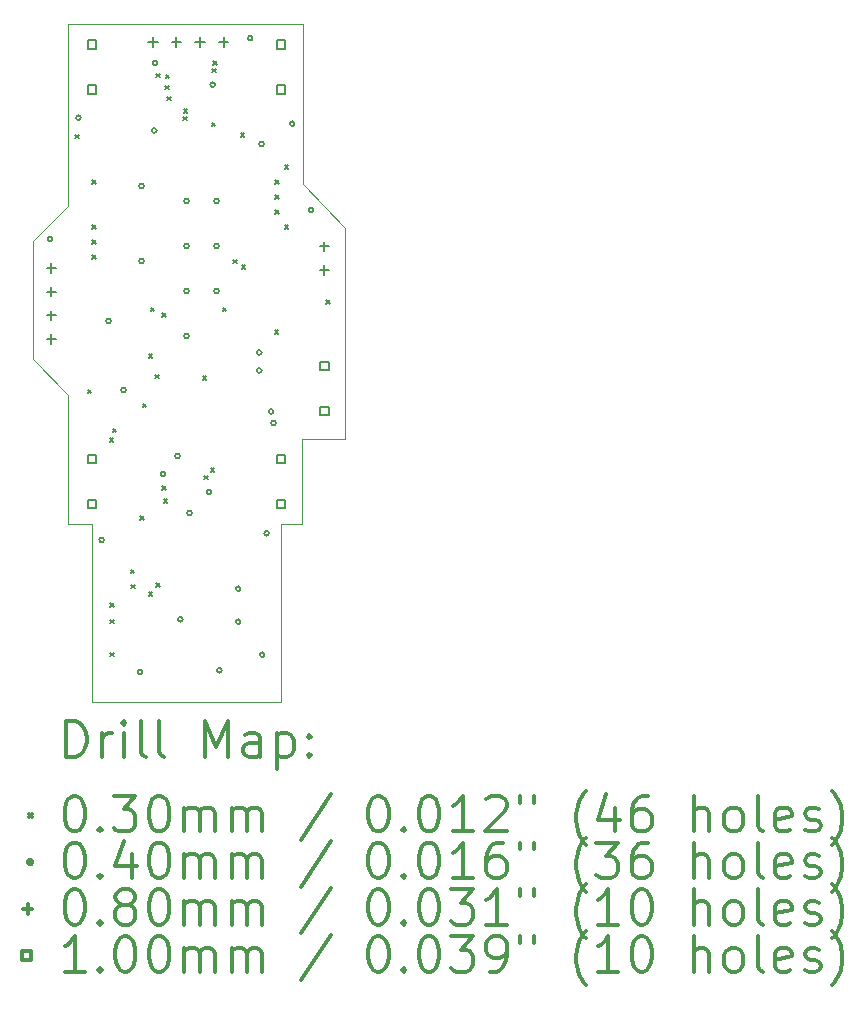
<source format=gbr>
%FSLAX45Y45*%
G04 Gerber Fmt 4.5, Leading zero omitted, Abs format (unit mm)*
G04 Created by KiCad (PCBNEW (5.1.5)-3) date 2021-11-09 21:42:03*
%MOMM*%
%LPD*%
G04 APERTURE LIST*
%TA.AperFunction,Profile*%
%ADD10C,0.050000*%
%TD*%
%ADD11C,0.200000*%
%ADD12C,0.300000*%
G04 APERTURE END LIST*
D10*
X8978900Y-8200000D02*
X8978900Y-7480300D01*
X9347200Y-7480300D02*
X9347200Y-5689600D01*
X8978900Y-7480300D02*
X9347200Y-7480300D01*
X6700000Y-6800000D02*
X7000000Y-7100000D01*
X6700000Y-5800000D02*
X7000000Y-5500000D01*
X9347200Y-5689600D02*
X8991600Y-5321300D01*
X7000000Y-3962400D02*
X8991600Y-3962400D01*
X7000000Y-5500000D02*
X7000000Y-3962400D01*
X6700000Y-6800000D02*
X6700000Y-5800000D01*
X7000000Y-8200000D02*
X7000000Y-7100000D01*
X7200000Y-8200000D02*
X7000000Y-8200000D01*
X7200000Y-9700000D02*
X7200000Y-8200000D01*
X8800000Y-9700000D02*
X7200000Y-9700000D01*
X8800000Y-8200000D02*
X8800000Y-9700000D01*
X8978900Y-8200000D02*
X8800000Y-8200000D01*
X8991600Y-3962400D02*
X8991600Y-5321300D01*
D11*
X7058900Y-4899900D02*
X7088900Y-4929900D01*
X7088900Y-4899900D02*
X7058900Y-4929900D01*
X7166850Y-7058900D02*
X7196850Y-7088900D01*
X7196850Y-7058900D02*
X7166850Y-7088900D01*
X7204950Y-5287250D02*
X7234950Y-5317250D01*
X7234950Y-5287250D02*
X7204950Y-5317250D01*
X7204950Y-5668250D02*
X7234950Y-5698250D01*
X7234950Y-5668250D02*
X7204950Y-5698250D01*
X7204950Y-5795250D02*
X7234950Y-5825250D01*
X7234950Y-5795250D02*
X7204950Y-5825250D01*
X7204950Y-5922250D02*
X7234950Y-5952250D01*
X7234950Y-5922250D02*
X7204950Y-5952250D01*
X7351000Y-7471650D02*
X7381000Y-7501650D01*
X7381000Y-7471650D02*
X7351000Y-7501650D01*
X7355000Y-8864880D02*
X7385000Y-8894880D01*
X7385000Y-8864880D02*
X7355000Y-8894880D01*
X7355000Y-9004880D02*
X7385000Y-9034880D01*
X7385000Y-9004880D02*
X7355000Y-9034880D01*
X7355000Y-9284880D02*
X7385000Y-9314880D01*
X7385000Y-9284880D02*
X7355000Y-9314880D01*
X7376400Y-7389100D02*
X7406400Y-7419100D01*
X7406400Y-7389100D02*
X7376400Y-7419100D01*
X7528800Y-8582900D02*
X7558800Y-8612900D01*
X7558800Y-8582900D02*
X7528800Y-8612900D01*
X7535150Y-8709900D02*
X7565150Y-8739900D01*
X7565150Y-8709900D02*
X7535150Y-8739900D01*
X7611350Y-8132050D02*
X7641350Y-8162050D01*
X7641350Y-8132050D02*
X7611350Y-8162050D01*
X7630400Y-7179550D02*
X7660400Y-7209550D01*
X7660400Y-7179550D02*
X7630400Y-7209550D01*
X7681200Y-6760450D02*
X7711200Y-6790450D01*
X7711200Y-6760450D02*
X7681200Y-6790450D01*
X7681200Y-8773400D02*
X7711200Y-8803400D01*
X7711200Y-8773400D02*
X7681200Y-8803400D01*
X7700250Y-6366750D02*
X7730250Y-6396750D01*
X7730250Y-6366750D02*
X7700250Y-6396750D01*
X7738350Y-6931900D02*
X7768350Y-6961900D01*
X7768350Y-6931900D02*
X7738350Y-6961900D01*
X7744700Y-4385550D02*
X7774700Y-4415550D01*
X7774700Y-4385550D02*
X7744700Y-4415550D01*
X7744700Y-8697200D02*
X7774700Y-8727200D01*
X7774700Y-8697200D02*
X7744700Y-8727200D01*
X7795500Y-6411200D02*
X7825500Y-6441200D01*
X7825500Y-6411200D02*
X7795500Y-6441200D01*
X7795500Y-7878050D02*
X7825500Y-7908050D01*
X7825500Y-7878050D02*
X7795500Y-7908050D01*
X7808200Y-7986000D02*
X7838200Y-8016000D01*
X7838200Y-7986000D02*
X7808200Y-8016000D01*
X7820900Y-4487150D02*
X7850900Y-4517150D01*
X7850900Y-4487150D02*
X7820900Y-4517150D01*
X7827250Y-4391900D02*
X7857250Y-4421900D01*
X7857250Y-4391900D02*
X7827250Y-4421900D01*
X7837400Y-4578600D02*
X7867400Y-4608600D01*
X7867400Y-4578600D02*
X7837400Y-4608600D01*
X7973300Y-4747500D02*
X8003300Y-4777500D01*
X8003300Y-4747500D02*
X7973300Y-4777500D01*
X7979650Y-4684000D02*
X8009650Y-4714000D01*
X8009650Y-4684000D02*
X7979650Y-4714000D01*
X8138400Y-6944600D02*
X8168400Y-6974600D01*
X8168400Y-6944600D02*
X8138400Y-6974600D01*
X8151100Y-7789150D02*
X8181100Y-7819150D01*
X8181100Y-7789150D02*
X8151100Y-7819150D01*
X8208250Y-7725650D02*
X8238250Y-7755650D01*
X8238250Y-7725650D02*
X8208250Y-7755650D01*
X8214600Y-4798300D02*
X8244600Y-4828300D01*
X8244600Y-4798300D02*
X8214600Y-4828300D01*
X8220950Y-4341100D02*
X8250950Y-4371100D01*
X8250950Y-4341100D02*
X8220950Y-4371100D01*
X8227300Y-4277600D02*
X8257300Y-4307600D01*
X8257300Y-4277600D02*
X8227300Y-4307600D01*
X8309850Y-6366750D02*
X8339850Y-6396750D01*
X8339850Y-6366750D02*
X8309850Y-6396750D01*
X8398750Y-5960350D02*
X8428750Y-5990350D01*
X8428750Y-5960350D02*
X8398750Y-5990350D01*
X8462250Y-4887200D02*
X8492250Y-4917200D01*
X8492250Y-4887200D02*
X8462250Y-4917200D01*
X8468600Y-6004800D02*
X8498600Y-6034800D01*
X8498600Y-6004800D02*
X8468600Y-6034800D01*
X8748000Y-6557250D02*
X8778000Y-6587250D01*
X8778000Y-6557250D02*
X8748000Y-6587250D01*
X8754350Y-5287250D02*
X8784350Y-5317250D01*
X8784350Y-5287250D02*
X8754350Y-5317250D01*
X8754350Y-5414250D02*
X8784350Y-5444250D01*
X8784350Y-5414250D02*
X8754350Y-5444250D01*
X8754350Y-5541250D02*
X8784350Y-5571250D01*
X8784350Y-5541250D02*
X8754350Y-5571250D01*
X8835000Y-5159500D02*
X8865000Y-5189500D01*
X8865000Y-5159500D02*
X8835000Y-5189500D01*
X8835000Y-5667500D02*
X8865000Y-5697500D01*
X8865000Y-5667500D02*
X8835000Y-5697500D01*
X9186150Y-6303250D02*
X9216150Y-6333250D01*
X9216150Y-6303250D02*
X9186150Y-6333250D01*
X6865300Y-5784850D02*
G75*
G03X6865300Y-5784850I-20000J0D01*
G01*
X7106600Y-4756150D02*
G75*
G03X7106600Y-4756150I-20000J0D01*
G01*
X7303450Y-8331200D02*
G75*
G03X7303450Y-8331200I-20000J0D01*
G01*
X7360600Y-6477000D02*
G75*
G03X7360600Y-6477000I-20000J0D01*
G01*
X7487600Y-7061200D02*
G75*
G03X7487600Y-7061200I-20000J0D01*
G01*
X7627300Y-9448800D02*
G75*
G03X7627300Y-9448800I-20000J0D01*
G01*
X7640000Y-5334000D02*
G75*
G03X7640000Y-5334000I-20000J0D01*
G01*
X7640000Y-5969000D02*
G75*
G03X7640000Y-5969000I-20000J0D01*
G01*
X7747950Y-4864100D02*
G75*
G03X7747950Y-4864100I-20000J0D01*
G01*
X7754300Y-4292600D02*
G75*
G03X7754300Y-4292600I-20000J0D01*
G01*
X7824150Y-7772400D02*
G75*
G03X7824150Y-7772400I-20000J0D01*
G01*
X7944800Y-7620000D02*
G75*
G03X7944800Y-7620000I-20000J0D01*
G01*
X7970200Y-9004300D02*
G75*
G03X7970200Y-9004300I-20000J0D01*
G01*
X8021000Y-5461000D02*
G75*
G03X8021000Y-5461000I-20000J0D01*
G01*
X8021000Y-5842000D02*
G75*
G03X8021000Y-5842000I-20000J0D01*
G01*
X8021000Y-6223000D02*
G75*
G03X8021000Y-6223000I-20000J0D01*
G01*
X8021000Y-6604000D02*
G75*
G03X8021000Y-6604000I-20000J0D01*
G01*
X8046400Y-8102600D02*
G75*
G03X8046400Y-8102600I-20000J0D01*
G01*
X8211500Y-7924800D02*
G75*
G03X8211500Y-7924800I-20000J0D01*
G01*
X8243250Y-4476750D02*
G75*
G03X8243250Y-4476750I-20000J0D01*
G01*
X8275000Y-5461000D02*
G75*
G03X8275000Y-5461000I-20000J0D01*
G01*
X8275000Y-5842000D02*
G75*
G03X8275000Y-5842000I-20000J0D01*
G01*
X8275000Y-6223000D02*
G75*
G03X8275000Y-6223000I-20000J0D01*
G01*
X8300400Y-9436100D02*
G75*
G03X8300400Y-9436100I-20000J0D01*
G01*
X8459150Y-8743950D02*
G75*
G03X8459150Y-8743950I-20000J0D01*
G01*
X8459150Y-9023350D02*
G75*
G03X8459150Y-9023350I-20000J0D01*
G01*
X8560750Y-4083050D02*
G75*
G03X8560750Y-4083050I-20000J0D01*
G01*
X8636950Y-6743700D02*
G75*
G03X8636950Y-6743700I-20000J0D01*
G01*
X8636950Y-6896100D02*
G75*
G03X8636950Y-6896100I-20000J0D01*
G01*
X8656000Y-4978400D02*
G75*
G03X8656000Y-4978400I-20000J0D01*
G01*
X8662350Y-9302750D02*
G75*
G03X8662350Y-9302750I-20000J0D01*
G01*
X8700450Y-8274050D02*
G75*
G03X8700450Y-8274050I-20000J0D01*
G01*
X8737600Y-7244400D02*
G75*
G03X8737600Y-7244400I-20000J0D01*
G01*
X8757600Y-7340600D02*
G75*
G03X8757600Y-7340600I-20000J0D01*
G01*
X8916350Y-4806950D02*
G75*
G03X8916350Y-4806950I-20000J0D01*
G01*
X9075100Y-5537200D02*
G75*
G03X9075100Y-5537200I-20000J0D01*
G01*
X7716520Y-4074800D02*
X7716520Y-4154800D01*
X7676520Y-4114800D02*
X7756520Y-4114800D01*
X7916520Y-4074800D02*
X7916520Y-4154800D01*
X7876520Y-4114800D02*
X7956520Y-4114800D01*
X8116520Y-4074800D02*
X8116520Y-4154800D01*
X8076520Y-4114800D02*
X8156520Y-4114800D01*
X8316520Y-4074800D02*
X8316520Y-4154800D01*
X8276520Y-4114800D02*
X8356520Y-4114800D01*
X6858000Y-5989400D02*
X6858000Y-6069400D01*
X6818000Y-6029400D02*
X6898000Y-6029400D01*
X6858000Y-6189400D02*
X6858000Y-6269400D01*
X6818000Y-6229400D02*
X6898000Y-6229400D01*
X6858000Y-6389400D02*
X6858000Y-6469400D01*
X6818000Y-6429400D02*
X6898000Y-6429400D01*
X6858000Y-6589400D02*
X6858000Y-6669400D01*
X6818000Y-6629400D02*
X6898000Y-6629400D01*
X9169400Y-5805200D02*
X9169400Y-5885200D01*
X9129400Y-5845200D02*
X9209400Y-5845200D01*
X9169400Y-6005200D02*
X9169400Y-6085200D01*
X9129400Y-6045200D02*
X9209400Y-6045200D01*
X8835383Y-4170502D02*
X8835383Y-4099737D01*
X8764618Y-4099737D01*
X8764618Y-4170502D01*
X8835383Y-4170502D01*
X8835383Y-4551503D02*
X8835383Y-4480738D01*
X8764618Y-4480738D01*
X8764618Y-4551503D01*
X8835383Y-4551503D01*
X9204783Y-6893382D02*
X9204783Y-6822617D01*
X9134018Y-6822617D01*
X9134018Y-6893382D01*
X9204783Y-6893382D01*
X9204783Y-7274382D02*
X9204783Y-7203617D01*
X9134018Y-7203617D01*
X9134018Y-7274382D01*
X9204783Y-7274382D01*
X7235382Y-7681782D02*
X7235382Y-7611017D01*
X7164617Y-7611017D01*
X7164617Y-7681782D01*
X7235382Y-7681782D01*
X7235382Y-8062782D02*
X7235382Y-7992017D01*
X7164617Y-7992017D01*
X7164617Y-8062782D01*
X7235382Y-8062782D01*
X7235382Y-4171502D02*
X7235382Y-4100737D01*
X7164617Y-4100737D01*
X7164617Y-4171502D01*
X7235382Y-4171502D01*
X7235382Y-4552503D02*
X7235382Y-4481738D01*
X7164617Y-4481738D01*
X7164617Y-4552503D01*
X7235382Y-4552503D01*
X8835383Y-7680782D02*
X8835383Y-7610017D01*
X8764618Y-7610017D01*
X8764618Y-7680782D01*
X8835383Y-7680782D01*
X8835383Y-8061782D02*
X8835383Y-7991017D01*
X8764618Y-7991017D01*
X8764618Y-8061782D01*
X8835383Y-8061782D01*
D12*
X6983928Y-10168214D02*
X6983928Y-9868214D01*
X7055357Y-9868214D01*
X7098214Y-9882500D01*
X7126786Y-9911072D01*
X7141071Y-9939643D01*
X7155357Y-9996786D01*
X7155357Y-10039643D01*
X7141071Y-10096786D01*
X7126786Y-10125357D01*
X7098214Y-10153929D01*
X7055357Y-10168214D01*
X6983928Y-10168214D01*
X7283928Y-10168214D02*
X7283928Y-9968214D01*
X7283928Y-10025357D02*
X7298214Y-9996786D01*
X7312500Y-9982500D01*
X7341071Y-9968214D01*
X7369643Y-9968214D01*
X7469643Y-10168214D02*
X7469643Y-9968214D01*
X7469643Y-9868214D02*
X7455357Y-9882500D01*
X7469643Y-9896786D01*
X7483928Y-9882500D01*
X7469643Y-9868214D01*
X7469643Y-9896786D01*
X7655357Y-10168214D02*
X7626786Y-10153929D01*
X7612500Y-10125357D01*
X7612500Y-9868214D01*
X7812500Y-10168214D02*
X7783928Y-10153929D01*
X7769643Y-10125357D01*
X7769643Y-9868214D01*
X8155357Y-10168214D02*
X8155357Y-9868214D01*
X8255357Y-10082500D01*
X8355357Y-9868214D01*
X8355357Y-10168214D01*
X8626786Y-10168214D02*
X8626786Y-10011072D01*
X8612500Y-9982500D01*
X8583928Y-9968214D01*
X8526786Y-9968214D01*
X8498214Y-9982500D01*
X8626786Y-10153929D02*
X8598214Y-10168214D01*
X8526786Y-10168214D01*
X8498214Y-10153929D01*
X8483928Y-10125357D01*
X8483928Y-10096786D01*
X8498214Y-10068214D01*
X8526786Y-10053929D01*
X8598214Y-10053929D01*
X8626786Y-10039643D01*
X8769643Y-9968214D02*
X8769643Y-10268214D01*
X8769643Y-9982500D02*
X8798214Y-9968214D01*
X8855357Y-9968214D01*
X8883928Y-9982500D01*
X8898214Y-9996786D01*
X8912500Y-10025357D01*
X8912500Y-10111072D01*
X8898214Y-10139643D01*
X8883928Y-10153929D01*
X8855357Y-10168214D01*
X8798214Y-10168214D01*
X8769643Y-10153929D01*
X9041071Y-10139643D02*
X9055357Y-10153929D01*
X9041071Y-10168214D01*
X9026786Y-10153929D01*
X9041071Y-10139643D01*
X9041071Y-10168214D01*
X9041071Y-9982500D02*
X9055357Y-9996786D01*
X9041071Y-10011072D01*
X9026786Y-9996786D01*
X9041071Y-9982500D01*
X9041071Y-10011072D01*
X6667500Y-10647500D02*
X6697500Y-10677500D01*
X6697500Y-10647500D02*
X6667500Y-10677500D01*
X7041071Y-10498214D02*
X7069643Y-10498214D01*
X7098214Y-10512500D01*
X7112500Y-10526786D01*
X7126786Y-10555357D01*
X7141071Y-10612500D01*
X7141071Y-10683929D01*
X7126786Y-10741072D01*
X7112500Y-10769643D01*
X7098214Y-10783929D01*
X7069643Y-10798214D01*
X7041071Y-10798214D01*
X7012500Y-10783929D01*
X6998214Y-10769643D01*
X6983928Y-10741072D01*
X6969643Y-10683929D01*
X6969643Y-10612500D01*
X6983928Y-10555357D01*
X6998214Y-10526786D01*
X7012500Y-10512500D01*
X7041071Y-10498214D01*
X7269643Y-10769643D02*
X7283928Y-10783929D01*
X7269643Y-10798214D01*
X7255357Y-10783929D01*
X7269643Y-10769643D01*
X7269643Y-10798214D01*
X7383928Y-10498214D02*
X7569643Y-10498214D01*
X7469643Y-10612500D01*
X7512500Y-10612500D01*
X7541071Y-10626786D01*
X7555357Y-10641072D01*
X7569643Y-10669643D01*
X7569643Y-10741072D01*
X7555357Y-10769643D01*
X7541071Y-10783929D01*
X7512500Y-10798214D01*
X7426786Y-10798214D01*
X7398214Y-10783929D01*
X7383928Y-10769643D01*
X7755357Y-10498214D02*
X7783928Y-10498214D01*
X7812500Y-10512500D01*
X7826786Y-10526786D01*
X7841071Y-10555357D01*
X7855357Y-10612500D01*
X7855357Y-10683929D01*
X7841071Y-10741072D01*
X7826786Y-10769643D01*
X7812500Y-10783929D01*
X7783928Y-10798214D01*
X7755357Y-10798214D01*
X7726786Y-10783929D01*
X7712500Y-10769643D01*
X7698214Y-10741072D01*
X7683928Y-10683929D01*
X7683928Y-10612500D01*
X7698214Y-10555357D01*
X7712500Y-10526786D01*
X7726786Y-10512500D01*
X7755357Y-10498214D01*
X7983928Y-10798214D02*
X7983928Y-10598214D01*
X7983928Y-10626786D02*
X7998214Y-10612500D01*
X8026786Y-10598214D01*
X8069643Y-10598214D01*
X8098214Y-10612500D01*
X8112500Y-10641072D01*
X8112500Y-10798214D01*
X8112500Y-10641072D02*
X8126786Y-10612500D01*
X8155357Y-10598214D01*
X8198214Y-10598214D01*
X8226786Y-10612500D01*
X8241071Y-10641072D01*
X8241071Y-10798214D01*
X8383928Y-10798214D02*
X8383928Y-10598214D01*
X8383928Y-10626786D02*
X8398214Y-10612500D01*
X8426786Y-10598214D01*
X8469643Y-10598214D01*
X8498214Y-10612500D01*
X8512500Y-10641072D01*
X8512500Y-10798214D01*
X8512500Y-10641072D02*
X8526786Y-10612500D01*
X8555357Y-10598214D01*
X8598214Y-10598214D01*
X8626786Y-10612500D01*
X8641071Y-10641072D01*
X8641071Y-10798214D01*
X9226786Y-10483929D02*
X8969643Y-10869643D01*
X9612500Y-10498214D02*
X9641071Y-10498214D01*
X9669643Y-10512500D01*
X9683928Y-10526786D01*
X9698214Y-10555357D01*
X9712500Y-10612500D01*
X9712500Y-10683929D01*
X9698214Y-10741072D01*
X9683928Y-10769643D01*
X9669643Y-10783929D01*
X9641071Y-10798214D01*
X9612500Y-10798214D01*
X9583928Y-10783929D01*
X9569643Y-10769643D01*
X9555357Y-10741072D01*
X9541071Y-10683929D01*
X9541071Y-10612500D01*
X9555357Y-10555357D01*
X9569643Y-10526786D01*
X9583928Y-10512500D01*
X9612500Y-10498214D01*
X9841071Y-10769643D02*
X9855357Y-10783929D01*
X9841071Y-10798214D01*
X9826786Y-10783929D01*
X9841071Y-10769643D01*
X9841071Y-10798214D01*
X10041071Y-10498214D02*
X10069643Y-10498214D01*
X10098214Y-10512500D01*
X10112500Y-10526786D01*
X10126786Y-10555357D01*
X10141071Y-10612500D01*
X10141071Y-10683929D01*
X10126786Y-10741072D01*
X10112500Y-10769643D01*
X10098214Y-10783929D01*
X10069643Y-10798214D01*
X10041071Y-10798214D01*
X10012500Y-10783929D01*
X9998214Y-10769643D01*
X9983928Y-10741072D01*
X9969643Y-10683929D01*
X9969643Y-10612500D01*
X9983928Y-10555357D01*
X9998214Y-10526786D01*
X10012500Y-10512500D01*
X10041071Y-10498214D01*
X10426786Y-10798214D02*
X10255357Y-10798214D01*
X10341071Y-10798214D02*
X10341071Y-10498214D01*
X10312500Y-10541072D01*
X10283928Y-10569643D01*
X10255357Y-10583929D01*
X10541071Y-10526786D02*
X10555357Y-10512500D01*
X10583928Y-10498214D01*
X10655357Y-10498214D01*
X10683928Y-10512500D01*
X10698214Y-10526786D01*
X10712500Y-10555357D01*
X10712500Y-10583929D01*
X10698214Y-10626786D01*
X10526786Y-10798214D01*
X10712500Y-10798214D01*
X10826786Y-10498214D02*
X10826786Y-10555357D01*
X10941071Y-10498214D02*
X10941071Y-10555357D01*
X11383928Y-10912500D02*
X11369643Y-10898214D01*
X11341071Y-10855357D01*
X11326786Y-10826786D01*
X11312500Y-10783929D01*
X11298214Y-10712500D01*
X11298214Y-10655357D01*
X11312500Y-10583929D01*
X11326786Y-10541072D01*
X11341071Y-10512500D01*
X11369643Y-10469643D01*
X11383928Y-10455357D01*
X11626786Y-10598214D02*
X11626786Y-10798214D01*
X11555357Y-10483929D02*
X11483928Y-10698214D01*
X11669643Y-10698214D01*
X11912500Y-10498214D02*
X11855357Y-10498214D01*
X11826786Y-10512500D01*
X11812500Y-10526786D01*
X11783928Y-10569643D01*
X11769643Y-10626786D01*
X11769643Y-10741072D01*
X11783928Y-10769643D01*
X11798214Y-10783929D01*
X11826786Y-10798214D01*
X11883928Y-10798214D01*
X11912500Y-10783929D01*
X11926786Y-10769643D01*
X11941071Y-10741072D01*
X11941071Y-10669643D01*
X11926786Y-10641072D01*
X11912500Y-10626786D01*
X11883928Y-10612500D01*
X11826786Y-10612500D01*
X11798214Y-10626786D01*
X11783928Y-10641072D01*
X11769643Y-10669643D01*
X12298214Y-10798214D02*
X12298214Y-10498214D01*
X12426786Y-10798214D02*
X12426786Y-10641072D01*
X12412500Y-10612500D01*
X12383928Y-10598214D01*
X12341071Y-10598214D01*
X12312500Y-10612500D01*
X12298214Y-10626786D01*
X12612500Y-10798214D02*
X12583928Y-10783929D01*
X12569643Y-10769643D01*
X12555357Y-10741072D01*
X12555357Y-10655357D01*
X12569643Y-10626786D01*
X12583928Y-10612500D01*
X12612500Y-10598214D01*
X12655357Y-10598214D01*
X12683928Y-10612500D01*
X12698214Y-10626786D01*
X12712500Y-10655357D01*
X12712500Y-10741072D01*
X12698214Y-10769643D01*
X12683928Y-10783929D01*
X12655357Y-10798214D01*
X12612500Y-10798214D01*
X12883928Y-10798214D02*
X12855357Y-10783929D01*
X12841071Y-10755357D01*
X12841071Y-10498214D01*
X13112500Y-10783929D02*
X13083928Y-10798214D01*
X13026786Y-10798214D01*
X12998214Y-10783929D01*
X12983928Y-10755357D01*
X12983928Y-10641072D01*
X12998214Y-10612500D01*
X13026786Y-10598214D01*
X13083928Y-10598214D01*
X13112500Y-10612500D01*
X13126786Y-10641072D01*
X13126786Y-10669643D01*
X12983928Y-10698214D01*
X13241071Y-10783929D02*
X13269643Y-10798214D01*
X13326786Y-10798214D01*
X13355357Y-10783929D01*
X13369643Y-10755357D01*
X13369643Y-10741072D01*
X13355357Y-10712500D01*
X13326786Y-10698214D01*
X13283928Y-10698214D01*
X13255357Y-10683929D01*
X13241071Y-10655357D01*
X13241071Y-10641072D01*
X13255357Y-10612500D01*
X13283928Y-10598214D01*
X13326786Y-10598214D01*
X13355357Y-10612500D01*
X13469643Y-10912500D02*
X13483928Y-10898214D01*
X13512500Y-10855357D01*
X13526786Y-10826786D01*
X13541071Y-10783929D01*
X13555357Y-10712500D01*
X13555357Y-10655357D01*
X13541071Y-10583929D01*
X13526786Y-10541072D01*
X13512500Y-10512500D01*
X13483928Y-10469643D01*
X13469643Y-10455357D01*
X6697500Y-11058500D02*
G75*
G03X6697500Y-11058500I-20000J0D01*
G01*
X7041071Y-10894214D02*
X7069643Y-10894214D01*
X7098214Y-10908500D01*
X7112500Y-10922786D01*
X7126786Y-10951357D01*
X7141071Y-11008500D01*
X7141071Y-11079929D01*
X7126786Y-11137072D01*
X7112500Y-11165643D01*
X7098214Y-11179929D01*
X7069643Y-11194214D01*
X7041071Y-11194214D01*
X7012500Y-11179929D01*
X6998214Y-11165643D01*
X6983928Y-11137072D01*
X6969643Y-11079929D01*
X6969643Y-11008500D01*
X6983928Y-10951357D01*
X6998214Y-10922786D01*
X7012500Y-10908500D01*
X7041071Y-10894214D01*
X7269643Y-11165643D02*
X7283928Y-11179929D01*
X7269643Y-11194214D01*
X7255357Y-11179929D01*
X7269643Y-11165643D01*
X7269643Y-11194214D01*
X7541071Y-10994214D02*
X7541071Y-11194214D01*
X7469643Y-10879929D02*
X7398214Y-11094214D01*
X7583928Y-11094214D01*
X7755357Y-10894214D02*
X7783928Y-10894214D01*
X7812500Y-10908500D01*
X7826786Y-10922786D01*
X7841071Y-10951357D01*
X7855357Y-11008500D01*
X7855357Y-11079929D01*
X7841071Y-11137072D01*
X7826786Y-11165643D01*
X7812500Y-11179929D01*
X7783928Y-11194214D01*
X7755357Y-11194214D01*
X7726786Y-11179929D01*
X7712500Y-11165643D01*
X7698214Y-11137072D01*
X7683928Y-11079929D01*
X7683928Y-11008500D01*
X7698214Y-10951357D01*
X7712500Y-10922786D01*
X7726786Y-10908500D01*
X7755357Y-10894214D01*
X7983928Y-11194214D02*
X7983928Y-10994214D01*
X7983928Y-11022786D02*
X7998214Y-11008500D01*
X8026786Y-10994214D01*
X8069643Y-10994214D01*
X8098214Y-11008500D01*
X8112500Y-11037072D01*
X8112500Y-11194214D01*
X8112500Y-11037072D02*
X8126786Y-11008500D01*
X8155357Y-10994214D01*
X8198214Y-10994214D01*
X8226786Y-11008500D01*
X8241071Y-11037072D01*
X8241071Y-11194214D01*
X8383928Y-11194214D02*
X8383928Y-10994214D01*
X8383928Y-11022786D02*
X8398214Y-11008500D01*
X8426786Y-10994214D01*
X8469643Y-10994214D01*
X8498214Y-11008500D01*
X8512500Y-11037072D01*
X8512500Y-11194214D01*
X8512500Y-11037072D02*
X8526786Y-11008500D01*
X8555357Y-10994214D01*
X8598214Y-10994214D01*
X8626786Y-11008500D01*
X8641071Y-11037072D01*
X8641071Y-11194214D01*
X9226786Y-10879929D02*
X8969643Y-11265643D01*
X9612500Y-10894214D02*
X9641071Y-10894214D01*
X9669643Y-10908500D01*
X9683928Y-10922786D01*
X9698214Y-10951357D01*
X9712500Y-11008500D01*
X9712500Y-11079929D01*
X9698214Y-11137072D01*
X9683928Y-11165643D01*
X9669643Y-11179929D01*
X9641071Y-11194214D01*
X9612500Y-11194214D01*
X9583928Y-11179929D01*
X9569643Y-11165643D01*
X9555357Y-11137072D01*
X9541071Y-11079929D01*
X9541071Y-11008500D01*
X9555357Y-10951357D01*
X9569643Y-10922786D01*
X9583928Y-10908500D01*
X9612500Y-10894214D01*
X9841071Y-11165643D02*
X9855357Y-11179929D01*
X9841071Y-11194214D01*
X9826786Y-11179929D01*
X9841071Y-11165643D01*
X9841071Y-11194214D01*
X10041071Y-10894214D02*
X10069643Y-10894214D01*
X10098214Y-10908500D01*
X10112500Y-10922786D01*
X10126786Y-10951357D01*
X10141071Y-11008500D01*
X10141071Y-11079929D01*
X10126786Y-11137072D01*
X10112500Y-11165643D01*
X10098214Y-11179929D01*
X10069643Y-11194214D01*
X10041071Y-11194214D01*
X10012500Y-11179929D01*
X9998214Y-11165643D01*
X9983928Y-11137072D01*
X9969643Y-11079929D01*
X9969643Y-11008500D01*
X9983928Y-10951357D01*
X9998214Y-10922786D01*
X10012500Y-10908500D01*
X10041071Y-10894214D01*
X10426786Y-11194214D02*
X10255357Y-11194214D01*
X10341071Y-11194214D02*
X10341071Y-10894214D01*
X10312500Y-10937072D01*
X10283928Y-10965643D01*
X10255357Y-10979929D01*
X10683928Y-10894214D02*
X10626786Y-10894214D01*
X10598214Y-10908500D01*
X10583928Y-10922786D01*
X10555357Y-10965643D01*
X10541071Y-11022786D01*
X10541071Y-11137072D01*
X10555357Y-11165643D01*
X10569643Y-11179929D01*
X10598214Y-11194214D01*
X10655357Y-11194214D01*
X10683928Y-11179929D01*
X10698214Y-11165643D01*
X10712500Y-11137072D01*
X10712500Y-11065643D01*
X10698214Y-11037072D01*
X10683928Y-11022786D01*
X10655357Y-11008500D01*
X10598214Y-11008500D01*
X10569643Y-11022786D01*
X10555357Y-11037072D01*
X10541071Y-11065643D01*
X10826786Y-10894214D02*
X10826786Y-10951357D01*
X10941071Y-10894214D02*
X10941071Y-10951357D01*
X11383928Y-11308500D02*
X11369643Y-11294214D01*
X11341071Y-11251357D01*
X11326786Y-11222786D01*
X11312500Y-11179929D01*
X11298214Y-11108500D01*
X11298214Y-11051357D01*
X11312500Y-10979929D01*
X11326786Y-10937072D01*
X11341071Y-10908500D01*
X11369643Y-10865643D01*
X11383928Y-10851357D01*
X11469643Y-10894214D02*
X11655357Y-10894214D01*
X11555357Y-11008500D01*
X11598214Y-11008500D01*
X11626786Y-11022786D01*
X11641071Y-11037072D01*
X11655357Y-11065643D01*
X11655357Y-11137072D01*
X11641071Y-11165643D01*
X11626786Y-11179929D01*
X11598214Y-11194214D01*
X11512500Y-11194214D01*
X11483928Y-11179929D01*
X11469643Y-11165643D01*
X11912500Y-10894214D02*
X11855357Y-10894214D01*
X11826786Y-10908500D01*
X11812500Y-10922786D01*
X11783928Y-10965643D01*
X11769643Y-11022786D01*
X11769643Y-11137072D01*
X11783928Y-11165643D01*
X11798214Y-11179929D01*
X11826786Y-11194214D01*
X11883928Y-11194214D01*
X11912500Y-11179929D01*
X11926786Y-11165643D01*
X11941071Y-11137072D01*
X11941071Y-11065643D01*
X11926786Y-11037072D01*
X11912500Y-11022786D01*
X11883928Y-11008500D01*
X11826786Y-11008500D01*
X11798214Y-11022786D01*
X11783928Y-11037072D01*
X11769643Y-11065643D01*
X12298214Y-11194214D02*
X12298214Y-10894214D01*
X12426786Y-11194214D02*
X12426786Y-11037072D01*
X12412500Y-11008500D01*
X12383928Y-10994214D01*
X12341071Y-10994214D01*
X12312500Y-11008500D01*
X12298214Y-11022786D01*
X12612500Y-11194214D02*
X12583928Y-11179929D01*
X12569643Y-11165643D01*
X12555357Y-11137072D01*
X12555357Y-11051357D01*
X12569643Y-11022786D01*
X12583928Y-11008500D01*
X12612500Y-10994214D01*
X12655357Y-10994214D01*
X12683928Y-11008500D01*
X12698214Y-11022786D01*
X12712500Y-11051357D01*
X12712500Y-11137072D01*
X12698214Y-11165643D01*
X12683928Y-11179929D01*
X12655357Y-11194214D01*
X12612500Y-11194214D01*
X12883928Y-11194214D02*
X12855357Y-11179929D01*
X12841071Y-11151357D01*
X12841071Y-10894214D01*
X13112500Y-11179929D02*
X13083928Y-11194214D01*
X13026786Y-11194214D01*
X12998214Y-11179929D01*
X12983928Y-11151357D01*
X12983928Y-11037072D01*
X12998214Y-11008500D01*
X13026786Y-10994214D01*
X13083928Y-10994214D01*
X13112500Y-11008500D01*
X13126786Y-11037072D01*
X13126786Y-11065643D01*
X12983928Y-11094214D01*
X13241071Y-11179929D02*
X13269643Y-11194214D01*
X13326786Y-11194214D01*
X13355357Y-11179929D01*
X13369643Y-11151357D01*
X13369643Y-11137072D01*
X13355357Y-11108500D01*
X13326786Y-11094214D01*
X13283928Y-11094214D01*
X13255357Y-11079929D01*
X13241071Y-11051357D01*
X13241071Y-11037072D01*
X13255357Y-11008500D01*
X13283928Y-10994214D01*
X13326786Y-10994214D01*
X13355357Y-11008500D01*
X13469643Y-11308500D02*
X13483928Y-11294214D01*
X13512500Y-11251357D01*
X13526786Y-11222786D01*
X13541071Y-11179929D01*
X13555357Y-11108500D01*
X13555357Y-11051357D01*
X13541071Y-10979929D01*
X13526786Y-10937072D01*
X13512500Y-10908500D01*
X13483928Y-10865643D01*
X13469643Y-10851357D01*
X6657500Y-11414500D02*
X6657500Y-11494500D01*
X6617500Y-11454500D02*
X6697500Y-11454500D01*
X7041071Y-11290214D02*
X7069643Y-11290214D01*
X7098214Y-11304500D01*
X7112500Y-11318786D01*
X7126786Y-11347357D01*
X7141071Y-11404500D01*
X7141071Y-11475929D01*
X7126786Y-11533071D01*
X7112500Y-11561643D01*
X7098214Y-11575929D01*
X7069643Y-11590214D01*
X7041071Y-11590214D01*
X7012500Y-11575929D01*
X6998214Y-11561643D01*
X6983928Y-11533071D01*
X6969643Y-11475929D01*
X6969643Y-11404500D01*
X6983928Y-11347357D01*
X6998214Y-11318786D01*
X7012500Y-11304500D01*
X7041071Y-11290214D01*
X7269643Y-11561643D02*
X7283928Y-11575929D01*
X7269643Y-11590214D01*
X7255357Y-11575929D01*
X7269643Y-11561643D01*
X7269643Y-11590214D01*
X7455357Y-11418786D02*
X7426786Y-11404500D01*
X7412500Y-11390214D01*
X7398214Y-11361643D01*
X7398214Y-11347357D01*
X7412500Y-11318786D01*
X7426786Y-11304500D01*
X7455357Y-11290214D01*
X7512500Y-11290214D01*
X7541071Y-11304500D01*
X7555357Y-11318786D01*
X7569643Y-11347357D01*
X7569643Y-11361643D01*
X7555357Y-11390214D01*
X7541071Y-11404500D01*
X7512500Y-11418786D01*
X7455357Y-11418786D01*
X7426786Y-11433071D01*
X7412500Y-11447357D01*
X7398214Y-11475929D01*
X7398214Y-11533071D01*
X7412500Y-11561643D01*
X7426786Y-11575929D01*
X7455357Y-11590214D01*
X7512500Y-11590214D01*
X7541071Y-11575929D01*
X7555357Y-11561643D01*
X7569643Y-11533071D01*
X7569643Y-11475929D01*
X7555357Y-11447357D01*
X7541071Y-11433071D01*
X7512500Y-11418786D01*
X7755357Y-11290214D02*
X7783928Y-11290214D01*
X7812500Y-11304500D01*
X7826786Y-11318786D01*
X7841071Y-11347357D01*
X7855357Y-11404500D01*
X7855357Y-11475929D01*
X7841071Y-11533071D01*
X7826786Y-11561643D01*
X7812500Y-11575929D01*
X7783928Y-11590214D01*
X7755357Y-11590214D01*
X7726786Y-11575929D01*
X7712500Y-11561643D01*
X7698214Y-11533071D01*
X7683928Y-11475929D01*
X7683928Y-11404500D01*
X7698214Y-11347357D01*
X7712500Y-11318786D01*
X7726786Y-11304500D01*
X7755357Y-11290214D01*
X7983928Y-11590214D02*
X7983928Y-11390214D01*
X7983928Y-11418786D02*
X7998214Y-11404500D01*
X8026786Y-11390214D01*
X8069643Y-11390214D01*
X8098214Y-11404500D01*
X8112500Y-11433071D01*
X8112500Y-11590214D01*
X8112500Y-11433071D02*
X8126786Y-11404500D01*
X8155357Y-11390214D01*
X8198214Y-11390214D01*
X8226786Y-11404500D01*
X8241071Y-11433071D01*
X8241071Y-11590214D01*
X8383928Y-11590214D02*
X8383928Y-11390214D01*
X8383928Y-11418786D02*
X8398214Y-11404500D01*
X8426786Y-11390214D01*
X8469643Y-11390214D01*
X8498214Y-11404500D01*
X8512500Y-11433071D01*
X8512500Y-11590214D01*
X8512500Y-11433071D02*
X8526786Y-11404500D01*
X8555357Y-11390214D01*
X8598214Y-11390214D01*
X8626786Y-11404500D01*
X8641071Y-11433071D01*
X8641071Y-11590214D01*
X9226786Y-11275929D02*
X8969643Y-11661643D01*
X9612500Y-11290214D02*
X9641071Y-11290214D01*
X9669643Y-11304500D01*
X9683928Y-11318786D01*
X9698214Y-11347357D01*
X9712500Y-11404500D01*
X9712500Y-11475929D01*
X9698214Y-11533071D01*
X9683928Y-11561643D01*
X9669643Y-11575929D01*
X9641071Y-11590214D01*
X9612500Y-11590214D01*
X9583928Y-11575929D01*
X9569643Y-11561643D01*
X9555357Y-11533071D01*
X9541071Y-11475929D01*
X9541071Y-11404500D01*
X9555357Y-11347357D01*
X9569643Y-11318786D01*
X9583928Y-11304500D01*
X9612500Y-11290214D01*
X9841071Y-11561643D02*
X9855357Y-11575929D01*
X9841071Y-11590214D01*
X9826786Y-11575929D01*
X9841071Y-11561643D01*
X9841071Y-11590214D01*
X10041071Y-11290214D02*
X10069643Y-11290214D01*
X10098214Y-11304500D01*
X10112500Y-11318786D01*
X10126786Y-11347357D01*
X10141071Y-11404500D01*
X10141071Y-11475929D01*
X10126786Y-11533071D01*
X10112500Y-11561643D01*
X10098214Y-11575929D01*
X10069643Y-11590214D01*
X10041071Y-11590214D01*
X10012500Y-11575929D01*
X9998214Y-11561643D01*
X9983928Y-11533071D01*
X9969643Y-11475929D01*
X9969643Y-11404500D01*
X9983928Y-11347357D01*
X9998214Y-11318786D01*
X10012500Y-11304500D01*
X10041071Y-11290214D01*
X10241071Y-11290214D02*
X10426786Y-11290214D01*
X10326786Y-11404500D01*
X10369643Y-11404500D01*
X10398214Y-11418786D01*
X10412500Y-11433071D01*
X10426786Y-11461643D01*
X10426786Y-11533071D01*
X10412500Y-11561643D01*
X10398214Y-11575929D01*
X10369643Y-11590214D01*
X10283928Y-11590214D01*
X10255357Y-11575929D01*
X10241071Y-11561643D01*
X10712500Y-11590214D02*
X10541071Y-11590214D01*
X10626786Y-11590214D02*
X10626786Y-11290214D01*
X10598214Y-11333071D01*
X10569643Y-11361643D01*
X10541071Y-11375929D01*
X10826786Y-11290214D02*
X10826786Y-11347357D01*
X10941071Y-11290214D02*
X10941071Y-11347357D01*
X11383928Y-11704500D02*
X11369643Y-11690214D01*
X11341071Y-11647357D01*
X11326786Y-11618786D01*
X11312500Y-11575929D01*
X11298214Y-11504500D01*
X11298214Y-11447357D01*
X11312500Y-11375929D01*
X11326786Y-11333071D01*
X11341071Y-11304500D01*
X11369643Y-11261643D01*
X11383928Y-11247357D01*
X11655357Y-11590214D02*
X11483928Y-11590214D01*
X11569643Y-11590214D02*
X11569643Y-11290214D01*
X11541071Y-11333071D01*
X11512500Y-11361643D01*
X11483928Y-11375929D01*
X11841071Y-11290214D02*
X11869643Y-11290214D01*
X11898214Y-11304500D01*
X11912500Y-11318786D01*
X11926786Y-11347357D01*
X11941071Y-11404500D01*
X11941071Y-11475929D01*
X11926786Y-11533071D01*
X11912500Y-11561643D01*
X11898214Y-11575929D01*
X11869643Y-11590214D01*
X11841071Y-11590214D01*
X11812500Y-11575929D01*
X11798214Y-11561643D01*
X11783928Y-11533071D01*
X11769643Y-11475929D01*
X11769643Y-11404500D01*
X11783928Y-11347357D01*
X11798214Y-11318786D01*
X11812500Y-11304500D01*
X11841071Y-11290214D01*
X12298214Y-11590214D02*
X12298214Y-11290214D01*
X12426786Y-11590214D02*
X12426786Y-11433071D01*
X12412500Y-11404500D01*
X12383928Y-11390214D01*
X12341071Y-11390214D01*
X12312500Y-11404500D01*
X12298214Y-11418786D01*
X12612500Y-11590214D02*
X12583928Y-11575929D01*
X12569643Y-11561643D01*
X12555357Y-11533071D01*
X12555357Y-11447357D01*
X12569643Y-11418786D01*
X12583928Y-11404500D01*
X12612500Y-11390214D01*
X12655357Y-11390214D01*
X12683928Y-11404500D01*
X12698214Y-11418786D01*
X12712500Y-11447357D01*
X12712500Y-11533071D01*
X12698214Y-11561643D01*
X12683928Y-11575929D01*
X12655357Y-11590214D01*
X12612500Y-11590214D01*
X12883928Y-11590214D02*
X12855357Y-11575929D01*
X12841071Y-11547357D01*
X12841071Y-11290214D01*
X13112500Y-11575929D02*
X13083928Y-11590214D01*
X13026786Y-11590214D01*
X12998214Y-11575929D01*
X12983928Y-11547357D01*
X12983928Y-11433071D01*
X12998214Y-11404500D01*
X13026786Y-11390214D01*
X13083928Y-11390214D01*
X13112500Y-11404500D01*
X13126786Y-11433071D01*
X13126786Y-11461643D01*
X12983928Y-11490214D01*
X13241071Y-11575929D02*
X13269643Y-11590214D01*
X13326786Y-11590214D01*
X13355357Y-11575929D01*
X13369643Y-11547357D01*
X13369643Y-11533071D01*
X13355357Y-11504500D01*
X13326786Y-11490214D01*
X13283928Y-11490214D01*
X13255357Y-11475929D01*
X13241071Y-11447357D01*
X13241071Y-11433071D01*
X13255357Y-11404500D01*
X13283928Y-11390214D01*
X13326786Y-11390214D01*
X13355357Y-11404500D01*
X13469643Y-11704500D02*
X13483928Y-11690214D01*
X13512500Y-11647357D01*
X13526786Y-11618786D01*
X13541071Y-11575929D01*
X13555357Y-11504500D01*
X13555357Y-11447357D01*
X13541071Y-11375929D01*
X13526786Y-11333071D01*
X13512500Y-11304500D01*
X13483928Y-11261643D01*
X13469643Y-11247357D01*
X6682844Y-11885883D02*
X6682844Y-11815118D01*
X6612079Y-11815118D01*
X6612079Y-11885883D01*
X6682844Y-11885883D01*
X7141071Y-11986214D02*
X6969643Y-11986214D01*
X7055357Y-11986214D02*
X7055357Y-11686214D01*
X7026786Y-11729071D01*
X6998214Y-11757643D01*
X6969643Y-11771929D01*
X7269643Y-11957643D02*
X7283928Y-11971929D01*
X7269643Y-11986214D01*
X7255357Y-11971929D01*
X7269643Y-11957643D01*
X7269643Y-11986214D01*
X7469643Y-11686214D02*
X7498214Y-11686214D01*
X7526786Y-11700500D01*
X7541071Y-11714786D01*
X7555357Y-11743357D01*
X7569643Y-11800500D01*
X7569643Y-11871929D01*
X7555357Y-11929071D01*
X7541071Y-11957643D01*
X7526786Y-11971929D01*
X7498214Y-11986214D01*
X7469643Y-11986214D01*
X7441071Y-11971929D01*
X7426786Y-11957643D01*
X7412500Y-11929071D01*
X7398214Y-11871929D01*
X7398214Y-11800500D01*
X7412500Y-11743357D01*
X7426786Y-11714786D01*
X7441071Y-11700500D01*
X7469643Y-11686214D01*
X7755357Y-11686214D02*
X7783928Y-11686214D01*
X7812500Y-11700500D01*
X7826786Y-11714786D01*
X7841071Y-11743357D01*
X7855357Y-11800500D01*
X7855357Y-11871929D01*
X7841071Y-11929071D01*
X7826786Y-11957643D01*
X7812500Y-11971929D01*
X7783928Y-11986214D01*
X7755357Y-11986214D01*
X7726786Y-11971929D01*
X7712500Y-11957643D01*
X7698214Y-11929071D01*
X7683928Y-11871929D01*
X7683928Y-11800500D01*
X7698214Y-11743357D01*
X7712500Y-11714786D01*
X7726786Y-11700500D01*
X7755357Y-11686214D01*
X7983928Y-11986214D02*
X7983928Y-11786214D01*
X7983928Y-11814786D02*
X7998214Y-11800500D01*
X8026786Y-11786214D01*
X8069643Y-11786214D01*
X8098214Y-11800500D01*
X8112500Y-11829071D01*
X8112500Y-11986214D01*
X8112500Y-11829071D02*
X8126786Y-11800500D01*
X8155357Y-11786214D01*
X8198214Y-11786214D01*
X8226786Y-11800500D01*
X8241071Y-11829071D01*
X8241071Y-11986214D01*
X8383928Y-11986214D02*
X8383928Y-11786214D01*
X8383928Y-11814786D02*
X8398214Y-11800500D01*
X8426786Y-11786214D01*
X8469643Y-11786214D01*
X8498214Y-11800500D01*
X8512500Y-11829071D01*
X8512500Y-11986214D01*
X8512500Y-11829071D02*
X8526786Y-11800500D01*
X8555357Y-11786214D01*
X8598214Y-11786214D01*
X8626786Y-11800500D01*
X8641071Y-11829071D01*
X8641071Y-11986214D01*
X9226786Y-11671929D02*
X8969643Y-12057643D01*
X9612500Y-11686214D02*
X9641071Y-11686214D01*
X9669643Y-11700500D01*
X9683928Y-11714786D01*
X9698214Y-11743357D01*
X9712500Y-11800500D01*
X9712500Y-11871929D01*
X9698214Y-11929071D01*
X9683928Y-11957643D01*
X9669643Y-11971929D01*
X9641071Y-11986214D01*
X9612500Y-11986214D01*
X9583928Y-11971929D01*
X9569643Y-11957643D01*
X9555357Y-11929071D01*
X9541071Y-11871929D01*
X9541071Y-11800500D01*
X9555357Y-11743357D01*
X9569643Y-11714786D01*
X9583928Y-11700500D01*
X9612500Y-11686214D01*
X9841071Y-11957643D02*
X9855357Y-11971929D01*
X9841071Y-11986214D01*
X9826786Y-11971929D01*
X9841071Y-11957643D01*
X9841071Y-11986214D01*
X10041071Y-11686214D02*
X10069643Y-11686214D01*
X10098214Y-11700500D01*
X10112500Y-11714786D01*
X10126786Y-11743357D01*
X10141071Y-11800500D01*
X10141071Y-11871929D01*
X10126786Y-11929071D01*
X10112500Y-11957643D01*
X10098214Y-11971929D01*
X10069643Y-11986214D01*
X10041071Y-11986214D01*
X10012500Y-11971929D01*
X9998214Y-11957643D01*
X9983928Y-11929071D01*
X9969643Y-11871929D01*
X9969643Y-11800500D01*
X9983928Y-11743357D01*
X9998214Y-11714786D01*
X10012500Y-11700500D01*
X10041071Y-11686214D01*
X10241071Y-11686214D02*
X10426786Y-11686214D01*
X10326786Y-11800500D01*
X10369643Y-11800500D01*
X10398214Y-11814786D01*
X10412500Y-11829071D01*
X10426786Y-11857643D01*
X10426786Y-11929071D01*
X10412500Y-11957643D01*
X10398214Y-11971929D01*
X10369643Y-11986214D01*
X10283928Y-11986214D01*
X10255357Y-11971929D01*
X10241071Y-11957643D01*
X10569643Y-11986214D02*
X10626786Y-11986214D01*
X10655357Y-11971929D01*
X10669643Y-11957643D01*
X10698214Y-11914786D01*
X10712500Y-11857643D01*
X10712500Y-11743357D01*
X10698214Y-11714786D01*
X10683928Y-11700500D01*
X10655357Y-11686214D01*
X10598214Y-11686214D01*
X10569643Y-11700500D01*
X10555357Y-11714786D01*
X10541071Y-11743357D01*
X10541071Y-11814786D01*
X10555357Y-11843357D01*
X10569643Y-11857643D01*
X10598214Y-11871929D01*
X10655357Y-11871929D01*
X10683928Y-11857643D01*
X10698214Y-11843357D01*
X10712500Y-11814786D01*
X10826786Y-11686214D02*
X10826786Y-11743357D01*
X10941071Y-11686214D02*
X10941071Y-11743357D01*
X11383928Y-12100500D02*
X11369643Y-12086214D01*
X11341071Y-12043357D01*
X11326786Y-12014786D01*
X11312500Y-11971929D01*
X11298214Y-11900500D01*
X11298214Y-11843357D01*
X11312500Y-11771929D01*
X11326786Y-11729071D01*
X11341071Y-11700500D01*
X11369643Y-11657643D01*
X11383928Y-11643357D01*
X11655357Y-11986214D02*
X11483928Y-11986214D01*
X11569643Y-11986214D02*
X11569643Y-11686214D01*
X11541071Y-11729071D01*
X11512500Y-11757643D01*
X11483928Y-11771929D01*
X11841071Y-11686214D02*
X11869643Y-11686214D01*
X11898214Y-11700500D01*
X11912500Y-11714786D01*
X11926786Y-11743357D01*
X11941071Y-11800500D01*
X11941071Y-11871929D01*
X11926786Y-11929071D01*
X11912500Y-11957643D01*
X11898214Y-11971929D01*
X11869643Y-11986214D01*
X11841071Y-11986214D01*
X11812500Y-11971929D01*
X11798214Y-11957643D01*
X11783928Y-11929071D01*
X11769643Y-11871929D01*
X11769643Y-11800500D01*
X11783928Y-11743357D01*
X11798214Y-11714786D01*
X11812500Y-11700500D01*
X11841071Y-11686214D01*
X12298214Y-11986214D02*
X12298214Y-11686214D01*
X12426786Y-11986214D02*
X12426786Y-11829071D01*
X12412500Y-11800500D01*
X12383928Y-11786214D01*
X12341071Y-11786214D01*
X12312500Y-11800500D01*
X12298214Y-11814786D01*
X12612500Y-11986214D02*
X12583928Y-11971929D01*
X12569643Y-11957643D01*
X12555357Y-11929071D01*
X12555357Y-11843357D01*
X12569643Y-11814786D01*
X12583928Y-11800500D01*
X12612500Y-11786214D01*
X12655357Y-11786214D01*
X12683928Y-11800500D01*
X12698214Y-11814786D01*
X12712500Y-11843357D01*
X12712500Y-11929071D01*
X12698214Y-11957643D01*
X12683928Y-11971929D01*
X12655357Y-11986214D01*
X12612500Y-11986214D01*
X12883928Y-11986214D02*
X12855357Y-11971929D01*
X12841071Y-11943357D01*
X12841071Y-11686214D01*
X13112500Y-11971929D02*
X13083928Y-11986214D01*
X13026786Y-11986214D01*
X12998214Y-11971929D01*
X12983928Y-11943357D01*
X12983928Y-11829071D01*
X12998214Y-11800500D01*
X13026786Y-11786214D01*
X13083928Y-11786214D01*
X13112500Y-11800500D01*
X13126786Y-11829071D01*
X13126786Y-11857643D01*
X12983928Y-11886214D01*
X13241071Y-11971929D02*
X13269643Y-11986214D01*
X13326786Y-11986214D01*
X13355357Y-11971929D01*
X13369643Y-11943357D01*
X13369643Y-11929071D01*
X13355357Y-11900500D01*
X13326786Y-11886214D01*
X13283928Y-11886214D01*
X13255357Y-11871929D01*
X13241071Y-11843357D01*
X13241071Y-11829071D01*
X13255357Y-11800500D01*
X13283928Y-11786214D01*
X13326786Y-11786214D01*
X13355357Y-11800500D01*
X13469643Y-12100500D02*
X13483928Y-12086214D01*
X13512500Y-12043357D01*
X13526786Y-12014786D01*
X13541071Y-11971929D01*
X13555357Y-11900500D01*
X13555357Y-11843357D01*
X13541071Y-11771929D01*
X13526786Y-11729071D01*
X13512500Y-11700500D01*
X13483928Y-11657643D01*
X13469643Y-11643357D01*
M02*

</source>
